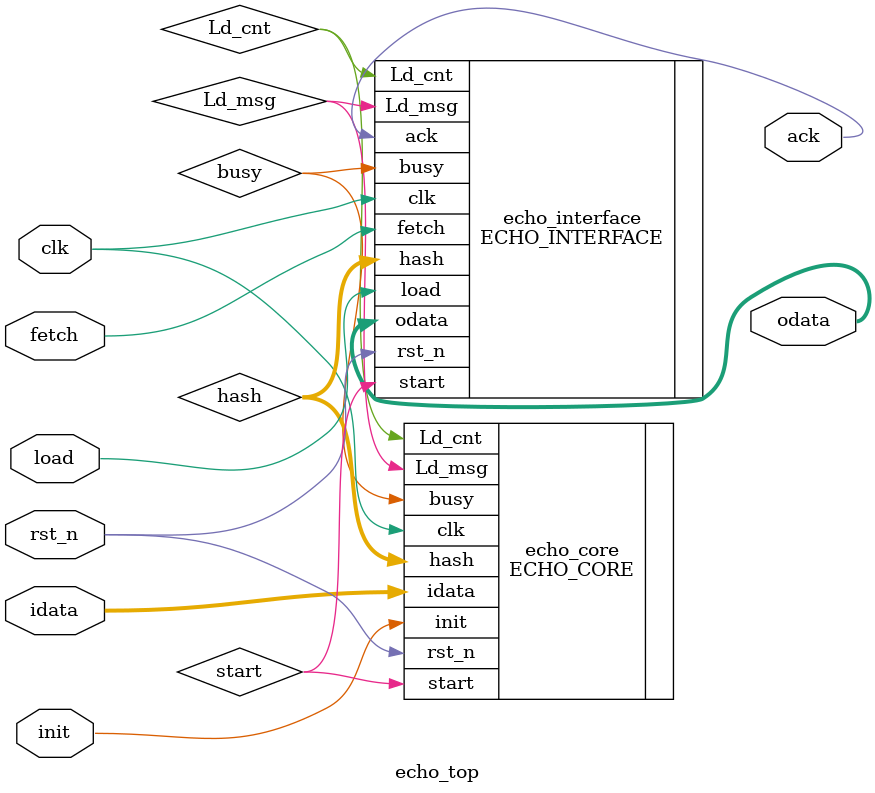
<source format=v>
module echo_top(clk, 
                rst_n,
                init, 
                load, 
                fetch,
                idata, 
                odata,
                ack);
input         clk;
input         rst_n;
input         init;
input         load;
input         fetch;
input  [15:0] idata;
output        ack;
output [15:0] odata;

wire [255:0] hash;
wire         Ld_msg;
wire         Ld_cnt;
wire         busy;
wire         start;

ECHO_INTERFACE echo_interface(
                             .clk(clk), 
                             .rst_n(rst_n),
                             .load(load), 
                             .fetch(fetch),
                             .odata(odata), 
                             .Ld_cnt(Ld_cnt),
                             .busy(busy), 
                             .start(start), 
                             .ack(ack), 
                             .Ld_msg(Ld_msg),
                             .hash(hash));

ECHO_CORE echo_core(
                   .clk(clk), 
                   .rst_n(rst_n),
                   .init(init), 
                   .busy(busy), 
                   .Ld_msg(Ld_msg), 
                   .idata(idata), 
                   .hash(hash),
                   .Ld_cnt(Ld_cnt), 
                   .start(start));

endmodule



</source>
